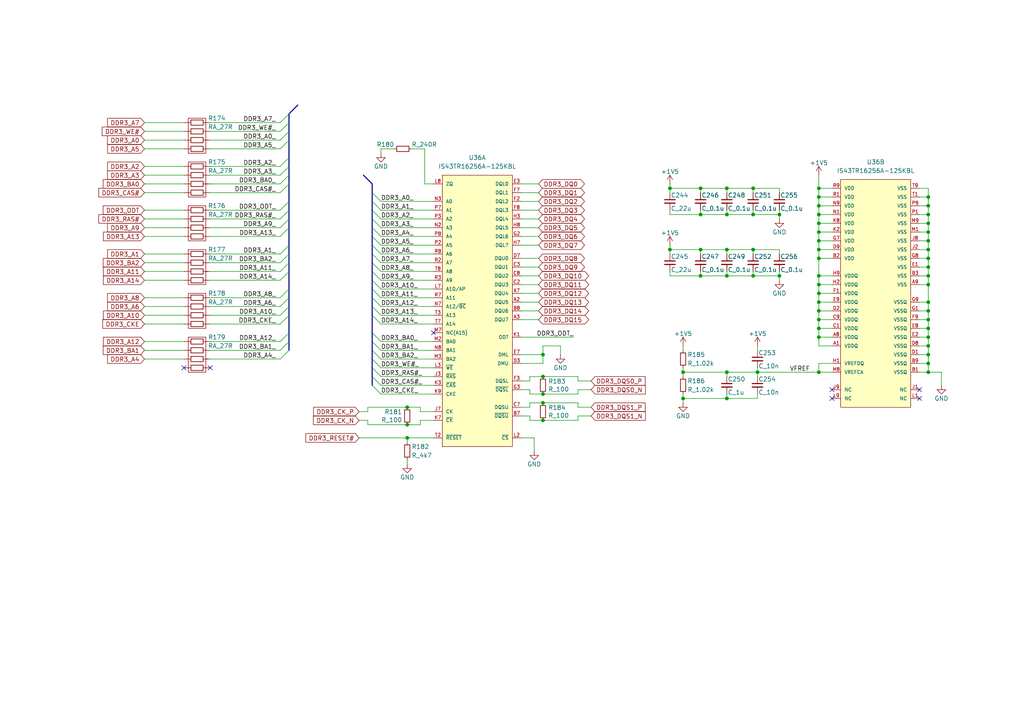
<source format=kicad_sch>
(kicad_sch (version 20231120) (generator "eeschema") (generator_version "8.0")
  (paper "A4")
  (title_block (rev "v2") (comment 1 "Copyright Dejan Priversek 2017"))
  (junction (at 194.31 54.61))
  (junction (at 237.49 54.61))
  (junction (at 237.49 92.71))
  (junction (at 210.82 80.01))
  (junction (at 237.49 80.01))
  (junction (at 269.24 100.33))
  (junction (at 203.2 62.23))
  (junction (at 269.24 64.77))
  (junction (at 269.24 67.31))
  (junction (at 269.24 62.23))
  (junction (at 203.2 72.39))
  (junction (at 210.82 62.23))
  (junction (at 237.49 74.93))
  (junction (at 269.24 74.93))
  (junction (at 157.48 121.92))
  (junction (at 237.49 64.77))
  (junction (at 203.2 54.61))
  (junction (at 269.24 92.71))
  (junction (at 269.24 59.69))
  (junction (at 219.71 107.95))
  (junction (at 226.06 62.23))
  (junction (at 237.49 82.55))
  (junction (at 237.49 97.79))
  (junction (at 218.44 62.23))
  (junction (at 218.44 72.39))
  (junction (at 237.49 62.23))
  (junction (at 269.24 97.79))
  (junction (at 237.49 57.15))
  (junction (at 269.24 57.15))
  (junction (at 269.24 90.17))
  (junction (at 198.12 107.95))
  (junction (at 157.48 102.87))
  (junction (at 237.49 87.63))
  (junction (at 218.44 54.61))
  (junction (at 203.2 80.01))
  (junction (at 237.49 69.85))
  (junction (at 237.49 95.25))
  (junction (at 157.48 109.22))
  (junction (at 269.24 69.85))
  (junction (at 210.82 54.61))
  (junction (at 118.11 123.19))
  (junction (at 194.31 72.39))
  (junction (at 237.49 72.39))
  (junction (at 157.48 114.3))
  (junction (at 269.24 102.87))
  (junction (at 269.24 72.39))
  (junction (at 198.12 115.57))
  (junction (at 269.24 77.47))
  (junction (at 210.82 107.95))
  (junction (at 269.24 95.25))
  (junction (at 237.49 107.95))
  (junction (at 237.49 59.69))
  (junction (at 269.24 107.95))
  (junction (at 269.24 87.63))
  (junction (at 237.49 90.17))
  (junction (at 269.24 80.01))
  (junction (at 269.24 105.41))
  (junction (at 118.11 127))
  (junction (at 269.24 82.55))
  (junction (at 237.49 85.09))
  (junction (at 210.82 72.39))
  (junction (at 226.06 80.01))
  (junction (at 237.49 67.31))
  (junction (at 210.82 115.57))
  (junction (at 218.44 80.01))
  (junction (at 157.48 116.84))
  (junction (at 118.11 118.11))
  (no_connect (at 266.7 115.57))
  (no_connect (at 241.3 113.03))
  (no_connect (at 125.73 96.52))
  (no_connect (at 241.3 115.57))
  (no_connect (at 53.34 106.68))
  (no_connect (at 266.7 113.03))
  (no_connect (at 60.96 106.68))
  (bus_entry (at 107.95 68.58) (size 2.54 2.54))
  (bus_entry (at 81.28 76.2) (size 2.54 -2.54))
  (bus_entry (at 81.28 86.36) (size 2.54 -2.54))
  (bus_entry (at 107.95 104.14) (size 2.54 2.54))
  (bus_entry (at 81.28 43.18) (size 2.54 -2.54))
  (bus_entry (at 107.95 96.52) (size 2.54 2.54))
  (bus_entry (at 107.95 76.2) (size 2.54 2.54))
  (bus_entry (at 107.95 91.44) (size 2.54 2.54))
  (bus_entry (at 81.28 88.9) (size 2.54 -2.54))
  (bus_entry (at 81.28 60.96) (size 2.54 -2.54))
  (bus_entry (at 81.28 73.66) (size 2.54 -2.54))
  (bus_entry (at 81.28 38.1) (size 2.54 -2.54))
  (bus_entry (at 81.28 55.88) (size 2.54 -2.54))
  (bus_entry (at 81.28 104.14) (size 2.54 -2.54))
  (bus_entry (at 81.28 66.04) (size 2.54 -2.54))
  (bus_entry (at 107.95 111.76) (size 2.54 2.54))
  (bus_entry (at 107.95 71.12) (size 2.54 2.54))
  (bus_entry (at 107.95 78.74) (size 2.54 2.54))
  (bus_entry (at 81.28 99.06) (size 2.54 -2.54))
  (bus_entry (at 107.95 106.68) (size 2.54 2.54))
  (bus_entry (at 107.95 86.36) (size 2.54 2.54))
  (bus_entry (at 81.28 93.98) (size 2.54 -2.54))
  (bus_entry (at 107.95 63.5) (size 2.54 2.54))
  (bus_entry (at 107.95 55.88) (size 2.54 2.54))
  (bus_entry (at 107.95 73.66) (size 2.54 2.54))
  (bus_entry (at 107.95 60.96) (size 2.54 2.54))
  (bus_entry (at 81.28 48.26) (size 2.54 -2.54))
  (bus_entry (at 81.28 35.56) (size 2.54 -2.54))
  (bus_entry (at 81.28 63.5) (size 2.54 -2.54))
  (bus_entry (at 81.28 40.64) (size 2.54 -2.54))
  (bus_entry (at 81.28 78.74) (size 2.54 -2.54))
  (bus_entry (at 107.95 81.28) (size 2.54 2.54))
  (bus_entry (at 107.95 58.42) (size 2.54 2.54))
  (bus_entry (at 81.28 81.28) (size 2.54 -2.54))
  (bus_entry (at 81.28 91.44) (size 2.54 -2.54))
  (bus_entry (at 81.28 68.58) (size 2.54 -2.54))
  (bus_entry (at 81.28 50.8) (size 2.54 -2.54))
  (bus_entry (at 107.95 66.04) (size 2.54 2.54))
  (bus_entry (at 81.28 101.6) (size 2.54 -2.54))
  (bus_entry (at 107.95 83.82) (size 2.54 2.54))
  (bus_entry (at 107.95 99.06) (size 2.54 2.54))
  (bus_entry (at 81.28 53.34) (size 2.54 -2.54))
  (bus_entry (at 107.95 109.22) (size 2.54 2.54))
  (bus_entry (at 107.95 88.9) (size 2.54 2.54))
  (bus_entry (at 107.95 101.6) (size 2.54 2.54))
  (wire (pts (xy 237.49 69.85) (xy 241.3 69.85)))
  (bus (pts (xy 107.95 101.6) (xy 107.95 104.14)))
  (wire (pts (xy 218.44 54.61) (xy 218.44 55.88)))
  (wire (pts (xy 151.13 66.04) (xy 156.21 66.04)))
  (wire (pts (xy 203.2 54.61) (xy 210.82 54.61)))
  (wire (pts (xy 60.96 50.8) (xy 81.28 50.8)))
  (wire (pts (xy 269.24 87.63) (xy 269.24 90.17)))
  (wire (pts (xy 153.67 121.92) (xy 157.48 121.92)))
  (wire (pts (xy 203.2 62.23) (xy 210.82 62.23)))
  (wire (pts (xy 269.24 102.87) (xy 266.7 102.87)))
  (wire (pts (xy 125.73 93.98) (xy 110.49 93.98)))
  (wire (pts (xy 237.49 67.31) (xy 237.49 69.85)))
  (wire (pts (xy 118.11 127) (xy 125.73 127)))
  (wire (pts (xy 194.31 71.12) (xy 194.31 72.39)))
  (wire (pts (xy 125.73 71.12) (xy 110.49 71.12)))
  (wire (pts (xy 237.49 69.85) (xy 237.49 72.39)))
  (wire (pts (xy 269.24 92.71) (xy 269.24 95.25)))
  (wire (pts (xy 41.91 81.28) (xy 53.34 81.28)))
  (wire (pts (xy 269.24 105.41) (xy 266.7 105.41)))
  (wire (pts (xy 241.3 54.61) (xy 237.49 54.61)))
  (wire (pts (xy 266.7 107.95) (xy 269.24 107.95)))
  (wire (pts (xy 219.71 107.95) (xy 219.71 109.22)))
  (wire (pts (xy 41.91 76.2) (xy 53.34 76.2)))
  (bus (pts (xy 107.95 83.82) (xy 107.95 86.36)))
  (wire (pts (xy 60.96 99.06) (xy 81.28 99.06)))
  (bus (pts (xy 83.82 96.52) (xy 83.82 99.06)))
  (wire (pts (xy 237.49 50.8) (xy 237.49 54.61)))
  (bus (pts (xy 107.95 71.12) (xy 107.95 73.66)))
  (wire (pts (xy 194.31 53.34) (xy 194.31 54.61)))
  (wire (pts (xy 269.24 57.15) (xy 269.24 59.69)))
  (wire (pts (xy 41.91 55.88) (xy 53.34 55.88)))
  (wire (pts (xy 219.71 107.95) (xy 237.49 107.95)))
  (wire (pts (xy 194.31 54.61) (xy 203.2 54.61)))
  (wire (pts (xy 60.96 91.44) (xy 81.28 91.44)))
  (wire (pts (xy 41.91 88.9) (xy 53.34 88.9)))
  (wire (pts (xy 151.13 53.34) (xy 156.21 53.34)))
  (wire (pts (xy 269.24 82.55) (xy 269.24 87.63)))
  (wire (pts (xy 60.96 38.1) (xy 81.28 38.1)))
  (bus (pts (xy 83.82 66.04) (xy 83.82 71.12)))
  (wire (pts (xy 194.31 80.01) (xy 194.31 78.74)))
  (wire (pts (xy 269.24 90.17) (xy 266.7 90.17)))
  (wire (pts (xy 194.31 80.01) (xy 203.2 80.01)))
  (bus (pts (xy 83.82 58.42) (xy 83.82 60.96)))
  (wire (pts (xy 110.49 43.18) (xy 110.49 44.45)))
  (wire (pts (xy 151.13 113.03) (xy 153.67 113.03)))
  (wire (pts (xy 60.96 66.04) (xy 81.28 66.04)))
  (bus (pts (xy 107.95 81.28) (xy 107.95 83.82)))
  (wire (pts (xy 237.49 92.71) (xy 241.3 92.71)))
  (wire (pts (xy 41.91 93.98) (xy 53.34 93.98)))
  (wire (pts (xy 269.24 67.31) (xy 266.7 67.31)))
  (wire (pts (xy 157.48 100.33) (xy 162.56 100.33)))
  (bus (pts (xy 83.82 35.56) (xy 83.82 38.1)))
  (wire (pts (xy 237.49 85.09) (xy 237.49 87.63)))
  (wire (pts (xy 273.05 107.95) (xy 273.05 111.76)))
  (wire (pts (xy 210.82 62.23) (xy 218.44 62.23)))
  (wire (pts (xy 151.13 97.79) (xy 166.37 97.79)))
  (wire (pts (xy 269.24 54.61) (xy 269.24 57.15)))
  (wire (pts (xy 210.82 80.01) (xy 210.82 78.74)))
  (bus (pts (xy 83.82 73.66) (xy 83.82 76.2)))
  (bus (pts (xy 83.82 48.26) (xy 83.82 50.8)))
  (wire (pts (xy 269.24 54.61) (xy 266.7 54.61)))
  (wire (pts (xy 269.24 77.47) (xy 269.24 80.01)))
  (bus (pts (xy 83.82 50.8) (xy 83.82 53.34)))
  (wire (pts (xy 269.24 62.23) (xy 266.7 62.23)))
  (wire (pts (xy 151.13 87.63) (xy 156.21 87.63)))
  (wire (pts (xy 194.31 62.23) (xy 203.2 62.23)))
  (bus (pts (xy 107.95 99.06) (xy 107.95 101.6)))
  (wire (pts (xy 269.24 74.93) (xy 269.24 77.47)))
  (wire (pts (xy 60.96 76.2) (xy 81.28 76.2)))
  (wire (pts (xy 266.7 57.15) (xy 269.24 57.15)))
  (wire (pts (xy 198.12 107.95) (xy 210.82 107.95)))
  (wire (pts (xy 237.49 105.41) (xy 241.3 105.41)))
  (wire (pts (xy 151.13 92.71) (xy 156.21 92.71)))
  (wire (pts (xy 269.24 80.01) (xy 269.24 82.55)))
  (wire (pts (xy 125.73 104.14) (xy 110.49 104.14)))
  (wire (pts (xy 106.68 123.19) (xy 118.11 123.19)))
  (wire (pts (xy 237.49 97.79) (xy 237.49 100.33)))
  (wire (pts (xy 167.64 121.92) (xy 167.64 120.65)))
  (wire (pts (xy 167.64 118.11) (xy 167.64 116.84)))
  (wire (pts (xy 237.49 87.63) (xy 237.49 90.17)))
  (wire (pts (xy 218.44 80.01) (xy 218.44 78.74)))
  (wire (pts (xy 60.96 101.6) (xy 81.28 101.6)))
  (wire (pts (xy 121.92 119.38) (xy 121.92 118.11)))
  (wire (pts (xy 203.2 54.61) (xy 203.2 55.88)))
  (wire (pts (xy 153.67 116.84) (xy 153.67 118.11)))
  (wire (pts (xy 269.24 90.17) (xy 269.24 92.71)))
  (wire (pts (xy 210.82 54.61) (xy 210.82 55.88)))
  (wire (pts (xy 210.82 109.22) (xy 210.82 107.95)))
  (wire (pts (xy 237.49 67.31) (xy 241.3 67.31)))
  (wire (pts (xy 269.24 69.85) (xy 266.7 69.85)))
  (wire (pts (xy 151.13 82.55) (xy 156.21 82.55)))
  (wire (pts (xy 125.73 66.04) (xy 110.49 66.04)))
  (wire (pts (xy 237.49 82.55) (xy 241.3 82.55)))
  (wire (pts (xy 151.13 63.5) (xy 156.21 63.5)))
  (wire (pts (xy 269.24 67.31) (xy 269.24 69.85)))
  (wire (pts (xy 237.49 57.15) (xy 241.3 57.15)))
  (wire (pts (xy 269.24 64.77) (xy 266.7 64.77)))
  (wire (pts (xy 123.19 53.34) (xy 123.19 43.18)))
  (wire (pts (xy 60.96 73.66) (xy 81.28 73.66)))
  (wire (pts (xy 41.91 68.58) (xy 53.34 68.58)))
  (wire (pts (xy 198.12 115.57) (xy 210.82 115.57)))
  (wire (pts (xy 203.2 72.39) (xy 203.2 73.66)))
  (wire (pts (xy 237.49 90.17) (xy 241.3 90.17)))
  (wire (pts (xy 237.49 92.71) (xy 237.49 95.25)))
  (wire (pts (xy 219.71 100.33) (xy 219.71 101.6)))
  (wire (pts (xy 125.73 68.58) (xy 110.49 68.58)))
  (wire (pts (xy 237.49 72.39) (xy 237.49 74.93)))
  (wire (pts (xy 237.49 64.77) (xy 241.3 64.77)))
  (bus (pts (xy 83.82 45.72) (xy 83.82 48.26)))
  (wire (pts (xy 125.73 81.28) (xy 110.49 81.28)))
  (wire (pts (xy 153.67 110.49) (xy 151.13 110.49)))
  (wire (pts (xy 41.91 60.96) (xy 53.34 60.96)))
  (wire (pts (xy 218.44 72.39) (xy 218.44 73.66)))
  (wire (pts (xy 153.67 113.03) (xy 153.67 114.3)))
  (wire (pts (xy 41.91 50.8) (xy 53.34 50.8)))
  (bus (pts (xy 83.82 99.06) (xy 83.82 101.6)))
  (wire (pts (xy 41.91 101.6) (xy 53.34 101.6)))
  (wire (pts (xy 125.73 101.6) (xy 110.49 101.6)))
  (wire (pts (xy 125.73 121.92) (xy 121.92 121.92)))
  (wire (pts (xy 41.91 91.44) (xy 53.34 91.44)))
  (wire (pts (xy 41.91 73.66) (xy 53.34 73.66)))
  (wire (pts (xy 151.13 58.42) (xy 156.21 58.42)))
  (wire (pts (xy 226.06 54.61) (xy 226.06 55.88)))
  (wire (pts (xy 125.73 78.74) (xy 110.49 78.74)))
  (wire (pts (xy 269.24 100.33) (xy 266.7 100.33)))
  (wire (pts (xy 118.11 118.11) (xy 106.68 118.11)))
  (wire (pts (xy 219.71 115.57) (xy 219.71 114.3)))
  (wire (pts (xy 237.49 64.77) (xy 237.49 67.31)))
  (wire (pts (xy 198.12 101.6) (xy 198.12 100.33)))
  (wire (pts (xy 210.82 72.39) (xy 210.82 73.66)))
  (wire (pts (xy 237.49 105.41) (xy 237.49 107.95)))
  (wire (pts (xy 269.24 92.71) (xy 266.7 92.71)))
  (bus (pts (xy 107.95 104.14) (xy 107.95 106.68)))
  (bus (pts (xy 83.82 60.96) (xy 83.82 63.5)))
  (wire (pts (xy 60.96 55.88) (xy 81.28 55.88)))
  (wire (pts (xy 171.45 110.49) (xy 167.64 110.49)))
  (wire (pts (xy 110.49 109.22) (xy 125.73 109.22)))
  (bus (pts (xy 107.95 76.2) (xy 107.95 78.74)))
  (wire (pts (xy 210.82 115.57) (xy 219.71 115.57)))
  (wire (pts (xy 153.67 114.3) (xy 157.48 114.3)))
  (wire (pts (xy 218.44 60.96) (xy 218.44 62.23)))
  (wire (pts (xy 269.24 69.85) (xy 269.24 72.39)))
  (bus (pts (xy 107.95 109.22) (xy 107.95 111.76)))
  (wire (pts (xy 210.82 60.96) (xy 210.82 62.23)))
  (wire (pts (xy 269.24 72.39) (xy 266.7 72.39)))
  (wire (pts (xy 125.73 73.66) (xy 110.49 73.66)))
  (wire (pts (xy 118.11 133.35) (xy 118.11 134.62)))
  (wire (pts (xy 151.13 120.65) (xy 153.67 120.65)))
  (bus (pts (xy 83.82 76.2) (xy 83.82 78.74)))
  (wire (pts (xy 269.24 105.41) (xy 269.24 107.95)))
  (wire (pts (xy 151.13 68.58) (xy 156.21 68.58)))
  (wire (pts (xy 125.73 53.34) (xy 123.19 53.34)))
  (wire (pts (xy 110.49 114.3) (xy 125.73 114.3)))
  (wire (pts (xy 125.73 60.96) (xy 110.49 60.96)))
  (wire (pts (xy 153.67 109.22) (xy 153.67 110.49)))
  (wire (pts (xy 153.67 118.11) (xy 151.13 118.11)))
  (wire (pts (xy 157.48 100.33) (xy 157.48 102.87)))
  (wire (pts (xy 210.82 72.39) (xy 218.44 72.39)))
  (wire (pts (xy 171.45 118.11) (xy 167.64 118.11)))
  (wire (pts (xy 198.12 114.3) (xy 198.12 115.57)))
  (wire (pts (xy 157.48 105.41) (xy 151.13 105.41)))
  (bus (pts (xy 107.95 96.52) (xy 107.95 99.06)))
  (wire (pts (xy 237.49 85.09) (xy 241.3 85.09)))
  (wire (pts (xy 41.91 43.18) (xy 53.34 43.18)))
  (wire (pts (xy 125.73 86.36) (xy 110.49 86.36)))
  (bus (pts (xy 107.95 106.68) (xy 107.95 109.22)))
  (wire (pts (xy 237.49 72.39) (xy 241.3 72.39)))
  (bus (pts (xy 83.82 71.12) (xy 83.82 73.66)))
  (bus (pts (xy 107.95 68.58) (xy 107.95 71.12)))
  (wire (pts (xy 237.49 90.17) (xy 237.49 92.71)))
  (wire (pts (xy 237.49 100.33) (xy 241.3 100.33)))
  (wire (pts (xy 123.19 43.18) (xy 119.38 43.18)))
  (wire (pts (xy 218.44 62.23) (xy 226.06 62.23)))
  (wire (pts (xy 104.14 121.92) (xy 106.68 121.92)))
  (wire (pts (xy 41.91 38.1) (xy 53.34 38.1)))
  (bus (pts (xy 107.95 58.42) (xy 107.95 60.96)))
  (wire (pts (xy 151.13 90.17) (xy 156.21 90.17)))
  (wire (pts (xy 125.73 83.82) (xy 110.49 83.82)))
  (wire (pts (xy 41.91 35.56) (xy 53.34 35.56)))
  (wire (pts (xy 269.24 97.79) (xy 269.24 100.33)))
  (wire (pts (xy 218.44 80.01) (xy 226.06 80.01)))
  (wire (pts (xy 269.24 100.33) (xy 269.24 102.87)))
  (wire (pts (xy 269.24 82.55) (xy 266.7 82.55)))
  (wire (pts (xy 60.96 68.58) (xy 81.28 68.58)))
  (wire (pts (xy 153.67 120.65) (xy 153.67 121.92)))
  (bus (pts (xy 83.82 83.82) (xy 83.82 86.36)))
  (wire (pts (xy 194.31 72.39) (xy 194.31 73.66)))
  (bus (pts (xy 107.95 66.04) (xy 107.95 68.58)))
  (wire (pts (xy 269.24 102.87) (xy 269.24 105.41)))
  (wire (pts (xy 167.64 110.49) (xy 167.64 109.22)))
  (wire (pts (xy 218.44 72.39) (xy 226.06 72.39)))
  (wire (pts (xy 157.48 109.22) (xy 153.67 109.22)))
  (wire (pts (xy 210.82 80.01) (xy 218.44 80.01)))
  (wire (pts (xy 60.96 43.18) (xy 81.28 43.18)))
  (wire (pts (xy 41.91 48.26) (xy 53.34 48.26)))
  (wire (pts (xy 237.49 80.01) (xy 241.3 80.01)))
  (bus (pts (xy 107.95 73.66) (xy 107.95 76.2)))
  (wire (pts (xy 226.06 72.39) (xy 226.06 73.66)))
  (wire (pts (xy 125.73 119.38) (xy 121.92 119.38)))
  (wire (pts (xy 60.96 53.34) (xy 81.28 53.34)))
  (wire (pts (xy 226.06 80.01) (xy 226.06 81.28)))
  (wire (pts (xy 60.96 86.36) (xy 81.28 86.36)))
  (wire (pts (xy 237.49 107.95) (xy 241.3 107.95)))
  (wire (pts (xy 151.13 77.47) (xy 156.21 77.47)))
  (bus (pts (xy 83.82 91.44) (xy 83.82 96.52)))
  (wire (pts (xy 269.24 95.25) (xy 269.24 97.79)))
  (wire (pts (xy 157.48 102.87) (xy 157.48 105.41)))
  (bus (pts (xy 107.95 63.5) (xy 107.95 66.04)))
  (wire (pts (xy 210.82 54.61) (xy 218.44 54.61)))
  (wire (pts (xy 110.49 106.68) (xy 125.73 106.68)))
  (wire (pts (xy 125.73 99.06) (xy 110.49 99.06)))
  (wire (pts (xy 60.96 48.26) (xy 81.28 48.26)))
  (wire (pts (xy 167.64 113.03) (xy 171.45 113.03)))
  (wire (pts (xy 237.49 95.25) (xy 241.3 95.25)))
  (wire (pts (xy 60.96 93.98) (xy 81.28 93.98)))
  (bus (pts (xy 105.41 50.8) (xy 107.95 53.34)))
  (wire (pts (xy 104.14 127) (xy 118.11 127)))
  (wire (pts (xy 203.2 80.01) (xy 210.82 80.01)))
  (wire (pts (xy 110.49 111.76) (xy 125.73 111.76)))
  (wire (pts (xy 237.49 80.01) (xy 237.49 82.55)))
  (wire (pts (xy 269.24 107.95) (xy 273.05 107.95)))
  (wire (pts (xy 41.91 78.74) (xy 53.34 78.74)))
  (wire (pts (xy 198.12 115.57) (xy 198.12 116.84)))
  (wire (pts (xy 60.96 60.96) (xy 81.28 60.96)))
  (wire (pts (xy 198.12 106.68) (xy 198.12 107.95)))
  (wire (pts (xy 106.68 121.92) (xy 106.68 123.19)))
  (wire (pts (xy 167.64 109.22) (xy 157.48 109.22)))
  (wire (pts (xy 269.24 72.39) (xy 269.24 74.93)))
  (wire (pts (xy 151.13 55.88) (xy 156.21 55.88)))
  (wire (pts (xy 194.31 62.23) (xy 194.31 60.96)))
  (wire (pts (xy 151.13 71.12) (xy 156.21 71.12)))
  (wire (pts (xy 125.73 63.5) (xy 110.49 63.5)))
  (wire (pts (xy 218.44 54.61) (xy 226.06 54.61)))
  (wire (pts (xy 269.24 87.63) (xy 266.7 87.63)))
  (bus (pts (xy 83.82 38.1) (xy 83.82 40.64)))
  (wire (pts (xy 121.92 121.92) (xy 121.92 123.19)))
  (wire (pts (xy 60.96 35.56) (xy 81.28 35.56)))
  (bus (pts (xy 107.95 91.44) (xy 107.95 96.52)))
  (wire (pts (xy 210.82 114.3) (xy 210.82 115.57)))
  (wire (pts (xy 167.64 116.84) (xy 157.48 116.84)))
  (wire (pts (xy 237.49 87.63) (xy 241.3 87.63)))
  (bus (pts (xy 83.82 78.74) (xy 83.82 83.82)))
  (wire (pts (xy 237.49 59.69) (xy 237.49 62.23)))
  (wire (pts (xy 269.24 77.47) (xy 266.7 77.47)))
  (wire (pts (xy 203.2 60.96) (xy 203.2 62.23)))
  (wire (pts (xy 60.96 78.74) (xy 81.28 78.74)))
  (wire (pts (xy 237.49 74.93) (xy 237.49 80.01)))
  (wire (pts (xy 237.49 74.93) (xy 241.3 74.93)))
  (bus (pts (xy 83.82 53.34) (xy 83.82 58.42)))
  (bus (pts (xy 107.95 78.74) (xy 107.95 81.28)))
  (wire (pts (xy 157.48 121.92) (xy 167.64 121.92)))
  (wire (pts (xy 41.91 40.64) (xy 53.34 40.64)))
  (wire (pts (xy 121.92 118.11) (xy 118.11 118.11)))
  (wire (pts (xy 162.56 100.33) (xy 162.56 102.87)))
  (wire (pts (xy 151.13 85.09) (xy 156.21 85.09)))
  (bus (pts (xy 107.95 60.96) (xy 107.95 63.5)))
  (wire (pts (xy 114.3 43.18) (xy 110.49 43.18)))
  (wire (pts (xy 194.31 72.39) (xy 203.2 72.39)))
  (wire (pts (xy 60.96 88.9) (xy 81.28 88.9)))
  (wire (pts (xy 60.96 81.28) (xy 81.28 81.28)))
  (wire (pts (xy 269.24 59.69) (xy 269.24 62.23)))
  (wire (pts (xy 151.13 80.01) (xy 156.21 80.01)))
  (wire (pts (xy 226.06 78.74) (xy 226.06 80.01)))
  (wire (pts (xy 125.73 58.42) (xy 110.49 58.42)))
  (wire (pts (xy 60.96 63.5) (xy 81.28 63.5)))
  (wire (pts (xy 104.14 119.38) (xy 106.68 119.38)))
  (wire (pts (xy 154.94 127) (xy 151.13 127)))
  (wire (pts (xy 226.06 60.96) (xy 226.06 62.23)))
  (bus (pts (xy 107.95 55.88) (xy 107.95 58.42)))
  (wire (pts (xy 60.96 40.64) (xy 81.28 40.64)))
  (bus (pts (xy 107.95 53.34) (xy 107.95 55.88)))
  (wire (pts (xy 154.94 127) (xy 154.94 130.81)))
  (wire (pts (xy 198.12 107.95) (xy 198.12 109.22)))
  (wire (pts (xy 237.49 82.55) (xy 237.49 85.09)))
  (bus (pts (xy 83.82 63.5) (xy 83.82 66.04)))
  (wire (pts (xy 237.49 95.25) (xy 237.49 97.79)))
  (bus (pts (xy 83.82 33.02) (xy 83.82 35.56)))
  (wire (pts (xy 157.48 116.84) (xy 153.67 116.84)))
  (bus (pts (xy 83.82 86.36) (xy 83.82 88.9)))
  (wire (pts (xy 237.49 59.69) (xy 241.3 59.69)))
  (wire (pts (xy 237.49 97.79) (xy 241.3 97.79)))
  (bus (pts (xy 83.82 33.02) (xy 86.36 30.48)))
  (wire (pts (xy 237.49 57.15) (xy 237.49 59.69)))
  (wire (pts (xy 41.91 104.14) (xy 53.34 104.14)))
  (wire (pts (xy 219.71 106.68) (xy 219.71 107.95)))
  (bus (pts (xy 107.95 88.9) (xy 107.95 91.44)))
  (wire (pts (xy 167.64 114.3) (xy 167.64 113.03)))
  (wire (pts (xy 194.31 54.61) (xy 194.31 55.88)))
  (wire (pts (xy 41.91 99.06) (xy 53.34 99.06)))
  (wire (pts (xy 237.49 62.23) (xy 237.49 64.77)))
  (wire (pts (xy 118.11 128.27) (xy 118.11 127)))
  (wire (pts (xy 125.73 91.44) (xy 110.49 91.44)))
  (wire (pts (xy 41.91 63.5) (xy 53.34 63.5)))
  (wire (pts (xy 41.91 86.36) (xy 53.34 86.36)))
  (wire (pts (xy 237.49 54.61) (xy 237.49 57.15)))
  (wire (pts (xy 269.24 64.77) (xy 269.24 67.31)))
  (bus (pts (xy 83.82 88.9) (xy 83.82 91.44)))
  (wire (pts (xy 125.73 76.2) (xy 110.49 76.2)))
  (wire (pts (xy 269.24 97.79) (xy 266.7 97.79)))
  (bus (pts (xy 107.95 86.36) (xy 107.95 88.9)))
  (wire (pts (xy 167.64 120.65) (xy 171.45 120.65)))
  (wire (pts (xy 41.91 66.04) (xy 53.34 66.04)))
  (wire (pts (xy 151.13 60.96) (xy 156.21 60.96)))
  (wire (pts (xy 203.2 78.74) (xy 203.2 80.01)))
  (wire (pts (xy 269.24 95.25) (xy 266.7 95.25)))
  (wire (pts (xy 269.24 80.01) (xy 266.7 80.01)))
  (wire (pts (xy 157.48 114.3) (xy 167.64 114.3)))
  (wire (pts (xy 151.13 102.87) (xy 157.48 102.87)))
  (wire (pts (xy 269.24 74.93) (xy 266.7 74.93)))
  (wire (pts (xy 151.13 74.93) (xy 156.21 74.93)))
  (wire (pts (xy 210.82 107.95) (xy 219.71 107.95)))
  (wire (pts (xy 237.49 62.23) (xy 241.3 62.23)))
  (wire (pts (xy 125.73 88.9) (xy 110.49 88.9)))
  (wire (pts (xy 41.91 53.34) (xy 53.34 53.34)))
  (bus (pts (xy 83.82 40.64) (xy 83.82 45.72)))
  (wire (pts (xy 269.24 59.69) (xy 266.7 59.69)))
  (wire (pts (xy 269.24 62.23) (xy 269.24 64.77)))
  (wire (pts (xy 106.68 119.38) (xy 106.68 118.11)))
  (wire (pts (xy 203.2 72.39) (xy 210.82 72.39)))
  (wire (pts (xy 226.06 62.23) (xy 226.06 63.5)))
  (wire (pts (xy 60.96 104.14) (xy 81.28 104.14)))
  (wire (pts (xy 118.11 123.19) (xy 121.92 123.19)))
  (label "DDR3_A1_" (at 110.49 60.96 0))
  (label "DDR3_BA1_" (at 110.49 101.6 0))
  (label "DDR3_A6_" (at 110.49 73.66 0))
  (label "DDR3_A3_" (at 80.01 50.8 180))
  (label "DDR3_CAS#_" (at 80.01 55.88 180))
  (label "DDR3_A8_" (at 110.49 78.74 0))
  (label "DDR3_A5_" (at 110.49 71.12 0))
  (label "DDR3_RAS#_" (at 80.01 63.5 180))
  (label "DDR3_A5_" (at 80.01 43.18 180))
  (label "DDR3_BA0_" (at 110.49 99.06 0))
  (label "DDR3_WE#_" (at 80.01 38.1 180))
  (label "DDR3_A3_" (at 110.49 66.04 0))
  (label "DDR3_A9_" (at 110.49 81.28 0))
  (label "DDR3_A2_" (at 110.49 63.5 0))
  (label "DDR3_A12_" (at 110.49 88.9 0))
  (label "DDR3_CKE_" (at 80.01 93.98 180))
  (label "DDR3_A0_" (at 110.49 58.42 0))
  (label "DDR3_BA2_" (at 110.49 104.14 0))
  (label "DDR3_CAS#_" (at 110.49 111.76 0))
  (label "DDR3_A2_" (at 80.01 48.26 180))
  (label "DDR3_A10_" (at 110.49 83.82 0))
  (label "DDR3_A7_" (at 110.49 76.2 0))
  (label "DDR3_A1_" (at 80.01 73.66 180))
  (label "DDR3_A11_" (at 110.49 86.36 0))
  (label "DDR3_A4_" (at 110.49 68.58 0))
  (label "DDR3_A8_" (at 80.01 86.36 180))
  (label "DDR3_A13_" (at 110.49 91.44 0))
  (label "DDR3_A11_" (at 80.01 78.74 180))
  (label "DDR3_BA0_" (at 80.01 53.34 180))
  (label "DDR3_A4_" (at 80.01 104.14 180))
  (label "DDR3_A14_" (at 110.49 93.98 0))
  (label "DDR3_BA1_" (at 80.01 101.6 180))
  (label "DDR3_ODT_" (at 80.01 60.96 180))
  (label "DDR3_A10_" (at 80.01 91.44 180))
  (label "DDR3_A6_" (at 80.01 88.9 180))
  (label "DDR3_A0_" (at 80.01 40.64 180))
  (label "DDR3_CKE_" (at 110.49 114.3 0))
  (label "DDR3_RAS#_" (at 110.49 109.22 0))
  (label "DDR3_WE#_" (at 110.49 106.68 0))
  (label "DDR3_A12_" (at 80.01 99.06 180))
  (label "DDR3_BA2_" (at 80.01 76.2 180))
  (label "DDR3_A14_" (at 80.01 81.28 180))
  (label "DDR3_A7_" (at 80.01 35.56 180))
  (label "DDR3_A13_" (at 80.01 68.58 180))
  (label "DDR3_ODT_" (at 166.37 97.79 180))
  (label "VFREF" (at 234.95 107.95 180))
  (label "DDR3_A9_" (at 80.01 66.04 180))
  (global_label "DDR3_CAS#" (shape input) (at 41.91 55.88 180) (property "Intersheetrefs" "${INTERSHEET_REFS}" (effects (hide yes))))
  (global_label "DDR3_CKE" (shape input) (at 41.91 93.98 180) (property "Intersheetrefs" "${INTERSHEET_REFS}" (effects (hide yes))))
  (global_label "DDR3_DQ1" (shape bidirectional) (at 156.21 55.88 0) (property "Intersheetrefs" "${INTERSHEET_REFS}" (effects (hide yes))))
  (global_label "DDR3_DQ3" (shape bidirectional) (at 156.21 60.96 0) (property "Intersheetrefs" "${INTERSHEET_REFS}" (effects (hide yes))))
  (global_label "DDR3_A13" (shape input) (at 41.91 68.58 180) (property "Intersheetrefs" "${INTERSHEET_REFS}" (effects (hide yes))))
  (global_label "DDR3_BA2" (shape input) (at 41.91 76.2 180) (property "Intersheetrefs" "${INTERSHEET_REFS}" (effects (hide yes))))
  (global_label "DDR3_WE#" (shape input) (at 41.91 38.1 180) (property "Intersheetrefs" "${INTERSHEET_REFS}" (effects (hide yes))))
  (global_label "DDR3_ODT" (shape input) (at 41.91 60.96 180) (property "Intersheetrefs" "${INTERSHEET_REFS}" (effects (hide yes))))
  (global_label "DDR3_BA0" (shape input) (at 41.91 53.34 180) (property "Intersheetrefs" "${INTERSHEET_REFS}" (effects (hide yes))))
  (global_label "DDR3_DQS1_P" (shape input) (at 171.45 118.11 0) (property "Intersheetrefs" "${INTERSHEET_REFS}" (effects (hide yes))))
  (global_label "DDR3_A11" (shape input) (at 41.91 78.74 180) (property "Intersheetrefs" "${INTERSHEET_REFS}" (effects (hide yes))))
  (global_label "DDR3_A4" (shape input) (at 41.91 104.14 180) (property "Intersheetrefs" "${INTERSHEET_REFS}" (effects (hide yes))))
  (global_label "DDR3_DQ7" (shape bidirectional) (at 156.21 71.12 0) (property "Intersheetrefs" "${INTERSHEET_REFS}" (effects (hide yes))))
  (global_label "DDR3_DQ15" (shape bidirectional) (at 156.21 92.71 0) (property "Intersheetrefs" "${INTERSHEET_REFS}" (effects (hide yes))))
  (global_label "DDR3_DQ4" (shape bidirectional) (at 156.21 63.5 0) (property "Intersheetrefs" "${INTERSHEET_REFS}" (effects (hide yes))))
  (global_label "DDR3_RESET#" (shape input) (at 104.14 127 180) (property "Intersheetrefs" "${INTERSHEET_REFS}" (effects (hide yes))))
  (global_label "DDR3_DQ6" (shape bidirectional) (at 156.21 68.58 0) (property "Intersheetrefs" "${INTERSHEET_REFS}" (effects (hide yes))))
  (global_label "DDR3_DQ12" (shape bidirectional) (at 156.21 85.09 0) (property "Intersheetrefs" "${INTERSHEET_REFS}" (effects (hide yes))))
  (global_label "DDR3_RAS#" (shape input) (at 41.91 63.5 180) (property "Intersheetrefs" "${INTERSHEET_REFS}" (effects (hide yes))))
  (global_label "DDR3_DQ11" (shape bidirectional) (at 156.21 82.55 0) (property "Intersheetrefs" "${INTERSHEET_REFS}" (effects (hide yes))))
  (global_label "DDR3_DQ14" (shape bidirectional) (at 156.21 90.17 0) (property "Intersheetrefs" "${INTERSHEET_REFS}" (effects (hide yes))))
  (global_label "DDR3_A14" (shape input) (at 41.91 81.28 180) (property "Intersheetrefs" "${INTERSHEET_REFS}" (effects (hide yes))))
  (global_label "DDR3_DQS1_N" (shape input) (at 171.45 120.65 0) (property "Intersheetrefs" "${INTERSHEET_REFS}" (effects (hide yes))))
  (global_label "DDR3_BA1" (shape input) (at 41.91 101.6 180) (property "Intersheetrefs" "${INTERSHEET_REFS}" (effects (hide yes))))
  (global_label "DDR3_DQ2" (shape bidirectional) (at 156.21 58.42 0) (property "Intersheetrefs" "${INTERSHEET_REFS}" (effects (hide yes))))
  (global_label "DDR3_A3" (shape input) (at 41.91 50.8 180) (property "Intersheetrefs" "${INTERSHEET_REFS}" (effects (hide yes))))
  (global_label "DDR3_A1" (shape input) (at 41.91 73.66 180) (property "Intersheetrefs" "${INTERSHEET_REFS}" (effects (hide yes))))
  (global_label "DDR3_CK_N" (shape input) (at 104.14 121.92 180) (property "Intersheetrefs" "${INTERSHEET_REFS}" (effects (hide yes))))
  (global_label "DDR3_DQS0_N" (shape input) (at 171.45 113.03 0) (property "Intersheetrefs" "${INTERSHEET_REFS}" (effects (hide yes))))
  (global_label "DDR3_DQ8" (shape bidirectional) (at 156.21 74.93 0) (property "Intersheetrefs" "${INTERSHEET_REFS}" (effects (hide yes))))
  (global_label "DDR3_DQ13" (shape bidirectional) (at 156.21 87.63 0) (property "Intersheetrefs" "${INTERSHEET_REFS}" (effects (hide yes))))
  (global_label "DDR3_CK_P" (shape input) (at 104.14 119.38 180) (property "Intersheetrefs" "${INTERSHEET_REFS}" (effects (hide yes))))
  (global_label "DDR3_A12" (shape input) (at 41.91 99.06 180) (property "Intersheetrefs" "${INTERSHEET_REFS}" (effects (hide yes))))
  (global_label "DDR3_DQ0" (shape bidirectional) (at 156.21 53.34 0) (property "Intersheetrefs" "${INTERSHEET_REFS}" (effects (hide yes))))
  (global_label "DDR3_A7" (shape input) (at 41.91 35.56 180) (property "Intersheetrefs" "${INTERSHEET_REFS}" (effects (hide yes))))
  (global_label "DDR3_DQS0_P" (shape input) (at 171.45 110.49 0) (property "Intersheetrefs" "${INTERSHEET_REFS}" (effects (hide yes))))
  (global_label "DDR3_A10" (shape input) (at 41.91 91.44 180) (property "Intersheetrefs" "${INTERSHEET_REFS}" (effects (hide yes))))
  (global_label "DDR3_DQ10" (shape bidirectional) (at 156.21 80.01 0) (property "Intersheetrefs" "${INTERSHEET_REFS}" (effects (hide yes))))
  (global_label "DDR3_DQ5" (shape bidirectional) (at 156.21 66.04 0) (property "Intersheetrefs" "${INTERSHEET_REFS}" (effects (hide yes))))
  (global_label "DDR3_A8" (shape input) (at 41.91 86.36 180) (property "Intersheetrefs" "${INTERSHEET_REFS}" (effects (hide yes))))
  (global_label "DDR3_A5" (shape input) (at 41.91 43.18 180) (property "Intersheetrefs" "${INTERSHEET_REFS}" (effects (hide yes))))
  (global_label "DDR3_DQ9" (shape bidirectional) (at 156.21 77.47 0) (property "Intersheetrefs" "${INTERSHEET_REFS}" (effects (hide yes))))
  (global_label "DDR3_A6" (shape input) (at 41.91 88.9 180) (property "Intersheetrefs" "${INTERSHEET_REFS}" (effects (hide yes))))
  (global_label "DDR3_A0" (shape input) (at 41.91 40.64 180) (property "Intersheetrefs" "${INTERSHEET_REFS}" (effects (hide yes))))
  (global_label "DDR3_A2" (shape input) (at 41.91 48.26 180) (property "Intersheetrefs" "${INTERSHEET_REFS}" (effects (hide yes))))
  (global_label "DDR3_A9" (shape input) (at 41.91 66.04 180) (property "Intersheetrefs" "${INTERSHEET_REFS}" (effects (hide yes))))
  (symbol (lib_id "ScopefunParts:+1.5V") (at 237.49 50.8 0) (unit 1)
    (property "Reference" "#PWR0407" (effects (hide yes)))
    (property "Value" "+1V5" (at 237.49 47.244 0))
  )
  (symbol (lib_id "Scopefun_v2-rescue:GND") (at 198.12 116.84 0) (unit 1)
    (property "Reference" "#PWR0408" (effects (hide yes)))
    (property "Value" "GND" (at 198.12 120.65 0))
  )
  (symbol (lib_id "Scopefun_v2-rescue:GND") (at 273.05 111.76 0) (unit 1)
    (property "Reference" "#PWR0409" (effects (hide yes)))
    (property "Value" "GND" (at 273.05 115.57 0))
  )
  (symbol (lib_id "Scopefun_v2-rescue:GND") (at 110.49 44.45 0) (unit 1)
    (property "Reference" "#PWR0410" (effects (hide yes)))
    (property "Value" "GND" (at 110.49 48.26 0))
  )
  (symbol (lib_id "ScopefunParts:R_4k7") (at 118.11 130.81 0) (unit 1)
    (property "Reference" "R182" (at 119.38 129.54 0) (effects (justify left)))
    (property "Value" "R_4k7" (at 119.38 132.08 0) (effects (justify left)))
    (property "Footprint" "ScopefunPackagesLibrary:R_0603" (effects (hide yes)))
    (property "Datasheet" "http://industrial.panasonic.com/cdbs/www-data/pdf/AOA0000/AOA0000CE2.pdf" (effects (hide yes)))
    (property "Description" "RES SMD 1% 1/10W 0603" (effects (hide yes)))
    (property "Manufacturer Part Number" "ERJ-3EKF4701V" (effects (hide yes)))
  )
  (symbol (lib_id "Scopefun_v2-rescue:GND") (at 154.94 130.81 0) (unit 1)
    (property "Reference" "#PWR0411" (effects (hide yes)))
    (property "Value" "GND" (at 154.94 134.62 0))
  )
  (symbol (lib_id "Scopefun_v2-rescue:GND") (at 162.56 102.87 0) (unit 1)
    (property "Reference" "#PWR0412" (effects (hide yes)))
    (property "Value" "GND" (at 162.56 106.68 0))
  )
  (symbol (lib_id "Scopefun_v2-rescue:GND") (at 118.11 134.62 0) (unit 1)
    (property "Reference" "#PWR0413" (effects (hide yes)))
    (property "Value" "GND" (at 118.11 138.43 0))
  )
  (symbol (lib_id "ScopefunParts:R_240R") (at 116.84 43.18 270) (unit 1)
    (property "Reference" "R180" (at 109.22 41.91 90) (effects (justify left)))
    (property "Value" "R_240R" (at 119.38 41.91 90) (effects (justify left)))
    (property "Footprint" "ScopefunPackagesLibrary:R_0603" (effects (hide yes)))
    (property "Datasheet" "http://industrial.panasonic.com/cdbs/www-data/pdf/AOA0000/AOA0000CE2.pdf" (effects (hide yes)))
    (property "Description" "RES SMD 1% 1/10W 0603" (effects (hide yes)))
    (property "Manufacturer Part Number" "ERJ-3EKF2400V" (effects (hide yes)))
  )
  (symbol (lib_id "ScopefunParts:+1.5V") (at 198.12 100.33 0) (unit 1)
    (property "Reference" "#PWR0414" (effects (hide yes)))
    (property "Value" "+1V5" (at 198.12 96.774 0))
  )
  (symbol (lib_id "ScopefunParts:C_10n") (at 219.71 111.76 0) (unit 1)
    (property "Reference" "C254" (at 219.964 109.982 0) (effects (justify left)))
    (property "Value" "C_10n" (at 219.964 113.792 0) (effects (justify left)))
    (property "Footprint" "ScopefunPackagesLibrary:C_0603" (effects (hide yes)))
    (property "Description" "MLCC - SMD/SMT 0603 50V C0G 5%" (effects (hide yes)))
    (property "Manufacturer Part Number" "GRM1885C1H103JA01D" (effects (hide yes)))
  )
  (symbol (lib_id "ScopefunParts:C_10n") (at 219.71 104.14 0) (unit 1)
    (property "Reference" "C253" (at 219.964 102.362 0) (effects (justify left)))
    (property "Value" "C_10n" (at 219.964 106.172 0) (effects (justify left)))
    (property "Footprint" "ScopefunPackagesLibrary:C_0603" (effects (hide yes)))
    (property "Description" "MLCC - SMD/SMT 0603 50V C0G 5%" (effects (hide yes)))
    (property "Manufacturer Part Number" "GRM1885C1H103JA01D" (effects (hide yes)))
  )
  (symbol (lib_id "ScopefunParts:+1.5V") (at 219.71 100.33 0) (unit 1)
    (property "Reference" "#PWR0415" (effects (hide yes)))
    (property "Value" "+1V5" (at 219.71 96.774 0))
  )
  (symbol (lib_id "ScopefunParts:C_1u") (at 210.82 111.76 0) (unit 1)
    (property "Reference" "C250" (at 211.074 109.982 0) (effects (justify left)))
    (property "Value" "C_1u" (at 211.074 113.792 0) (effects (justify left)))
    (property "Footprint" "ScopefunPackagesLibrary:C_0603" (effects (hide yes)))
    (property "Description" "MLCC - SMD/SMT 0603 6.3V X5R 10%" (effects (hide yes)))
    (property "Manufacturer Part Number" "C0603C105K9PACTU" (effects (hide yes)))
  )
  (symbol (lib_id "ScopefunParts:R_1.02k") (at 198.12 111.76 0) (unit 1)
    (property "Reference" "R186" (at 199.39 110.49 0) (effects (justify left)))
    (property "Value" "R_1.02k" (at 199.39 113.03 0) (effects (justify left)))
    (property "Footprint" "ScopefunPackagesLibrary:R_0603" (effects (hide yes)))
    (property "Datasheet" "http://industrial.panasonic.com/cdbs/www-data/pdf/AOA0000/AOA0000CE2.pdf" (effects (hide yes)))
    (property "Description" "RES SMD 1% 1/10W 0603" (effects (hide yes)))
    (property "Manufacturer Part Number" "ERJ-3EKF1021V" (effects (hide yes)))
  )
  (symbol (lib_id "ScopefunParts:R_1.02k") (at 198.12 104.14 0) (unit 1)
    (property "Reference" "R185" (at 199.39 102.87 0) (effects (justify left)))
    (property "Value" "R_1.02k" (at 199.39 105.41 0) (effects (justify left)))
    (property "Footprint" "ScopefunPackagesLibrary:R_0603" (effects (hide yes)))
    (property "Datasheet" "http://industrial.panasonic.com/cdbs/www-data/pdf/AOA0000/AOA0000CE2.pdf" (effects (hide yes)))
    (property "Description" "RES SMD 1% 1/10W 0603" (effects (hide yes)))
    (property "Manufacturer Part Number" "ERJ-3EKF1021V" (effects (hide yes)))
  )
  (symbol (lib_id "ScopefunParts:C_22u") (at 194.31 58.42 0) (unit 1)
    (property "Reference" "C244" (at 194.564 56.642 0) (effects (justify left)))
    (property "Value" "C_22u" (at 194.564 60.452 0) (effects (justify left)))
    (property "Footprint" "ScopefunPackagesLibrary:C_0805" (effects (hide yes)))
    (property "Description" "MLCC - SMD/SMT 0805 10V X5R 20%" (effects (hide yes)))
    (property "Manufacturer Part Number" "LMK212BBJ226MG-T" (effects (hide yes)))
  )
  (symbol (lib_id "ScopefunParts:+1.5V") (at 194.31 53.34 0) (unit 1)
    (property "Reference" "#PWR0416" (effects (hide yes)))
    (property "Value" "+1V5" (at 194.31 49.784 0))
  )
  (symbol (lib_id "ScopefunParts:C_0.1u") (at 203.2 58.42 0) (unit 1)
    (property "Reference" "C246" (at 203.454 56.642 0) (effects (justify left)))
    (property "Value" "C_0.1u" (at 203.454 60.452 0) (effects (justify left)))
    (property "Footprint" "ScopefunPackagesLibrary:C_0603" (effects (hide yes)))
    (property "Description" "MLCC - SMD/SMT 0603 16V X7R 10%" (effects (hide yes)))
    (property "Manufacturer Part Number" "C0603C104K4RACTU" (effects (hide yes)))
  )
  (symbol (lib_id "ScopefunParts:C_0.1u") (at 210.82 58.42 0) (unit 1)
    (property "Reference" "C248" (at 211.074 56.642 0) (effects (justify left)))
    (property "Value" "C_0.1u" (at 211.074 60.452 0) (effects (justify left)))
    (property "Footprint" "ScopefunPackagesLibrary:C_0603" (effects (hide yes)))
    (property "Description" "MLCC - SMD/SMT 0603 16V X7R 10%" (effects (hide yes)))
    (property "Manufacturer Part Number" "C0603C104K4RACTU" (effects (hide yes)))
  )
  (symbol (lib_id "ScopefunParts:C_0.1u") (at 218.44 58.42 0) (unit 1)
    (property "Reference" "C251" (at 218.694 56.642 0) (effects (justify left)))
    (property "Value" "C_0.1u" (at 218.694 60.452 0) (effects (justify left)))
    (property "Footprint" "ScopefunPackagesLibrary:C_0603" (effects (hide yes)))
    (property "Description" "MLCC - SMD/SMT 0603 16V X7R 10%" (effects (hide yes)))
    (property "Manufacturer Part Number" "C0603C104K4RACTU" (effects (hide yes)))
  )
  (symbol (lib_id "ScopefunParts:C_0.1u") (at 226.06 58.42 0) (unit 1)
    (property "Reference" "C255" (at 226.314 56.642 0) (effects (justify left)))
    (property "Value" "C_0.1u" (at 226.314 60.452 0) (effects (justify left)))
    (property "Footprint" "ScopefunPackagesLibrary:C_0603" (effects (hide yes)))
    (property "Description" "MLCC - SMD/SMT 0603 16V X7R 10%" (effects (hide yes)))
    (property "Manufacturer Part Number" "C0603C104K4RACTU" (effects (hide yes)))
  )
  (symbol (lib_id "Scopefun_v2-rescue:GND") (at 226.06 63.5 0) (unit 1)
    (property "Reference" "#PWR0417" (effects (hide yes)))
    (property "Value" "GND" (at 226.06 67.31 0))
  )
  (symbol (lib_id "ScopefunParts:C_22u") (at 194.31 76.2 0) (unit 1)
    (property "Reference" "C245" (at 194.564 74.422 0) (effects (justify left)))
    (property "Value" "C_22u" (at 194.564 78.232 0) (effects (justify left)))
    (property "Footprint" "ScopefunPackagesLibrary:C_0805" (effects (hide yes)))
    (property "Description" "MLCC - SMD/SMT 0805 10V X5R 20%" (effects (hide yes)))
    (property "Manufacturer Part Number" "LMK212BBJ226MG-T" (effects (hide yes)))
  )
  (symbol (lib_id "ScopefunParts:+1.5V") (at 194.31 71.12 0) (unit 1)
    (property "Reference" "#PWR0418" (effects (hide yes)))
    (property "Value" "+1V5" (at 194.31 67.564 0))
  )
  (symbol (lib_id "ScopefunParts:C_0.1u") (at 203.2 76.2 0) (unit 1)
    (property "Reference" "C247" (at 203.454 74.422 0) (effects (justify left)))
    (property "Value" "C_0.1u" (at 203.454 78.232 0) (effects (justify left)))
    (property "Footprint" "ScopefunPackagesLibrary:C_0603" (effects (hide yes)))
    (property "Description" "MLCC - SMD/SMT 0603 16V X7R 10%" (effects (hide yes)))
    (property "Manufacturer Part Number" "C0603C104K4RACTU" (effects (hide yes)))
  )
  (symbol (lib_id "ScopefunParts:C_0.1u") (at 210.82 76.2 0) (unit 1)
    (property "Reference" "C249" (at 211.074 74.422 0) (effects (justify left)))
    (property "Value" "C_0.1u" (at 211.074 78.232 0) (effects (justify left)))
    (property "Footprint" "ScopefunPackagesLibrary:C_0603" (effects (hide yes)))
    (property "Description" "MLCC - SMD/SMT 0603 16V X7R 10%" (effects (hide yes)))
    (property "Manufacturer Part Number" "C0603C104K4RACTU" (effects (hide yes)))
  )
  (symbol (lib_id "ScopefunParts:C_0.1u") (at 218.44 76.2 0) (unit 1)
    (property "Reference" "C252" (at 218.694 74.422 0) (effects (justify left)))
    (property "Value" "C_0.1u" (at 218.694 78.232 0) (effects (justify left)))
    (property "Footprint" "ScopefunPackagesLibrary:C_0603" (effects (hide yes)))
    (property "Description" "MLCC - SMD/SMT 0603 16V X7R 10%" (effects (hide yes)))
    (property "Manufacturer Part Number" "C0603C104K4RACTU" (effects (hide yes)))
  )
  (symbol (lib_id "ScopefunParts:C_0.1u") (at 226.06 76.2 0) (unit 1)
    (property "Reference" "C256" (at 226.314 74.422 0) (effects (justify left)))
    (property "Value" "C_0.1u" (at 226.314 78.232 0) (effects (justify left)))
    (property "Footprint" "ScopefunPackagesLibrary:C_0603" (effects (hide yes)))
    (property "Description" "MLCC - SMD/SMT 0603 16V X7R 10%" (effects (hide yes)))
    (property "Manufacturer Part Number" "C0603C104K4RACTU" (effects (hide yes)))
  )
  (symbol (lib_id "Scopefun_v2-rescue:GND") (at 226.06 81.28 0) (unit 1)
    (property "Reference" "#PWR0419" (effects (hide yes)))
    (property "Value" "GND" (at 226.06 85.09 0))
  )
  (symbol (lib_id "ScopefunParts:R_100") (at 157.48 111.76 0) (unit 1)
    (property "Reference" "R183" (at 158.9786 110.5916 0) (effects (justify left)))
    (property "Value" "R_100" (at 158.9786 112.903 0) (effects (justify left)))
    (property "Footprint" "ScopefunPackagesLibrary:R_0402" (effects (hide yes)))
    (property "Datasheet" "https://industrial.panasonic.com/ww/products/resistors/chip-resistors/chip-resistors/precision-thick-film-chip-resistors/ERJ3EKF1000V" (effects (hide yes)))
    (property "Description" "RES SMD 1% 1/10W 0402" (effects (hide yes)))
    (property "Manufacturer Part Number" "ERJ-2RKF1000X" (effects (hide yes)))
  )
  (symbol (lib_id "ScopefunParts:R_100") (at 157.48 119.38 0) (unit 1)
    (property "Reference" "R184" (at 158.9786 118.2116 0) (effects (justify left)))
    (property "Value" "R_100" (at 158.9786 120.523 0) (effects (justify left)))
    (property "Footprint" "ScopefunPackagesLibrary:R_0402" (effects (hide yes)))
    (property "Datasheet" "https://industrial.panasonic.com/ww/products/resistors/chip-resistors/chip-resistors/precision-thick-film-chip-resistors/ERJ3EKF1000V" (effects (hide yes)))
    (property "Description" "RES SMD 1% 1/10W 0402" (effects (hide yes)))
    (property "Manufacturer Part Number" "ERJ-2RKF1000X" (effects (hide yes)))
  )
  (symbol (lib_id "ScopefunParts:R_100") (at 118.11 120.65 0) (mirror y) (unit 1)
    (property "Reference" "R181" (at 116.6368 119.4816 0) (effects (justify left)))
    (property "Value" "R_100" (at 116.6368 121.793 0) (effects (justify left)))
    (property "Footprint" "ScopefunPackagesLibrary:R_0402" (effects (hide yes)))
    (property "Datasheet" "https://industrial.panasonic.com/ww/products/resistors/chip-resistors/chip-resistors/precision-thick-film-chip-resistors/ERJ3EKF1000V" (effects (hide yes)))
    (property "Description" "RES SMD 1% 1/10W 0402" (effects (hide yes)))
    (property "Manufacturer Part Number" "ERJ-2RKF1000X" (effects (hide yes)))
  )
  (symbol (lib_id "ScopefunParts:IS43TR16256A-125KBL") (at 138.43 87.63 0) (unit 1)
    (property "Reference" "U36" (at 138.43 45.72 0))
    (property "Value" "IS43TR16256A-125KBL" (at 138.43 48.26 0))
    (property "Footprint" "ScopefunPackagesLibrary:TW-BGA-96" (effects (hide yes)))
    (property "Datasheet" "http://www.issi.com/WW/pdf/43-46TR16640B-81280BL.pdf" (effects (hide yes)))
    (property "Description" "256M X 16 BIT DDR3 SRAM 1.5V" (effects (hide yes)))
    (property "Manufacturer Part Number" "IS43TR16640B-125JBL" (effects (hide yes)))
  )
  (symbol (lib_id "ScopefunParts:IS43TR16256A-125KBL") (at 254 88.9 0) (unit 2)
    (property "Reference" "U36" (at 254 46.99 0))
    (property "Value" "IS43TR16256A-125KBL" (at 254 49.53 0))
    (property "Footprint" "ScopefunPackagesLibrary:TW-BGA-96" (effects (hide yes)))
    (property "Datasheet" "http://www.issi.com/WW/pdf/43-46TR16640B-81280BL.pdf" (effects (hide yes)))
    (property "Description" "256M X 16 BIT DDR3 SRAM 1.5V" (effects (hide yes)))
    (property "Manufacturer Part Number" "IS43TR16640B-125JBL" (effects (hide yes)))
  )
  (symbol (lib_id "ScopefunParts:RA_27R") (at 57.15 39.37 0) (unit 1)
    (property "Reference" "R174" (at 60.325 34.29 0) (effects (justify left)))
    (property "Value" "RA_27R" (at 60.325 36.83 0) (effects (justify left)))
    (property "Footprint" "ScopefunPackagesLibrary:R_CRA06E" (effects (hide yes)))
    (property "Datasheet" "http://www.yageo.com/documents/recent/PYu-YC_TC_group_51_RoHS_L_5.pdf" (effects (hide yes)))
    (property "Description" "RES ARRAY SMD 5% 0.063W 3.2mm x 1.5mm" (effects (hide yes)))
    (property "Manufacturer Part Number" "YC164-JR-0727RL" (effects (hide yes)))
  )
  (symbol (lib_id "ScopefunParts:RA_27R") (at 57.15 52.07 0) (unit 1)
    (property "Reference" "R175" (at 60.325 46.99 0) (effects (justify left)))
    (property "Value" "RA_27R" (at 60.325 49.53 0) (effects (justify left)))
    (property "Footprint" "ScopefunPackagesLibrary:R_CRA06E" (effects (hide yes)))
    (property "Datasheet" "http://www.yageo.com/documents/recent/PYu-YC_TC_group_51_RoHS_L_5.pdf" (effects (hide yes)))
    (property "Description" "RES ARRAY SMD 5% 0.063W 3.2mm x 1.5mm" (effects (hide yes)))
    (property "Manufacturer Part Number" "YC164-JR-0727RL" (effects (hide yes)))
  )
  (symbol (lib_id "ScopefunParts:RA_27R") (at 57.15 64.77 0) (unit 1)
    (property "Reference" "R176" (at 60.325 59.69 0) (effects (justify left)))
    (property "Value" "RA_27R" (at 60.325 62.23 0) (effects (justify left)))
    (property "Footprint" "ScopefunPackagesLibrary:R_CRA06E" (effects (hide yes)))
    (property "Datasheet" "http://www.yageo.com/documents/recent/PYu-YC_TC_group_51_RoHS_L_5.pdf" (effects (hide yes)))
    (property "Description" "RES ARRAY SMD 5% 0.063W 3.2mm x 1.5mm" (effects (hide yes)))
    (property "Manufacturer Part Number" "YC164-JR-0727RL" (effects (hide yes)))
  )
  (symbol (lib_id "ScopefunParts:RA_27R") (at 57.15 77.47 0) (unit 1)
    (property "Reference" "R177" (at 60.325 72.39 0) (effects (justify left)))
    (property "Value" "RA_27R" (at 60.325 74.93 0) (effects (justify left)))
    (property "Footprint" "ScopefunPackagesLibrary:R_CRA06E" (effects (hide yes)))
    (property "Datasheet" "http://www.yageo.com/documents/recent/PYu-YC_TC_group_51_RoHS_L_5.pdf" (effects (hide yes)))
    (property "Description" "RES ARRAY SMD 5% 0.063W 3.2mm x 1.5mm" (effects (hide yes)))
    (property "Manufacturer Part Number" "YC164-JR-0727RL" (effects (hide yes)))
  )
  (symbol (lib_id "ScopefunParts:RA_27R") (at 57.15 90.17 0) (unit 1)
    (property "Reference" "R178" (at 60.325 85.09 0) (effects (justify left)))
    (property "Value" "RA_27R" (at 60.325 87.63 0) (effects (justify left)))
    (property "Footprint" "ScopefunPackagesLibrary:R_CRA06E" (effects (hide yes)))
    (property "Datasheet" "http://www.yageo.com/documents/recent/PYu-YC_TC_group_51_RoHS_L_5.pdf" (effects (hide yes)))
    (property "Description" "RES ARRAY SMD 5% 0.063W 3.2mm x 1.5mm" (effects (hide yes)))
    (property "Manufacturer Part Number" "YC164-JR-0727RL" (effects (hide yes)))
  )
  (symbol (lib_id "ScopefunParts:RA_27R") (at 57.15 102.87 0) (unit 1)
    (property "Reference" "R179" (at 60.325 97.79 0) (effects (justify left)))
    (property "Value" "RA_27R" (at 60.325 100.33 0) (effects (justify left)))
    (property "Footprint" "ScopefunPackagesLibrary:R_CRA06E" (effects (hide yes)))
    (property "Datasheet" "http://www.yageo.com/documents/recent/PYu-YC_TC_group_51_RoHS_L_5.pdf" (effects (hide yes)))
    (property "Description" "RES ARRAY SMD 5% 0.063W 3.2mm x 1.5mm" (effects (hide yes)))
    (property "Manufacturer Part Number" "YC164-JR-0727RL" (effects (hide yes)))
  )
)
</source>
